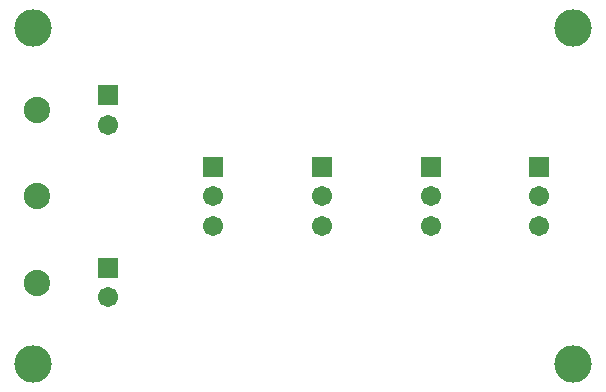
<source format=gbr>
G04 DipTrace 3.3.1.3*
G04 BottomMask.gbr*
%MOIN*%
G04 #@! TF.FileFunction,Soldermask,Bot*
G04 #@! TF.Part,Single*
%ADD23C,0.125*%
%ADD27C,0.06725*%
%ADD29R,0.06725X0.06725*%
%ADD31C,0.08788*%
%FSLAX26Y26*%
G04*
G70*
G90*
G75*
G01*
G04 BotMask*
%LPD*%
D31*
X112500Y368750D3*
Y658750D3*
D23*
X1900000Y1218750D3*
X100000D3*
X1900000Y98750D3*
X100000D3*
D29*
X700000Y756250D3*
D27*
Y657825D3*
Y559400D3*
D29*
X1425000Y756250D3*
D27*
Y657825D3*
Y559400D3*
D29*
X1787500Y756250D3*
D27*
Y657825D3*
Y559400D3*
D29*
X1062500Y756250D3*
D27*
Y657825D3*
Y559400D3*
D29*
X350000Y993750D3*
D27*
Y895325D3*
D29*
Y418750D3*
D27*
Y320325D3*
D31*
X112500Y943750D3*
M02*

</source>
